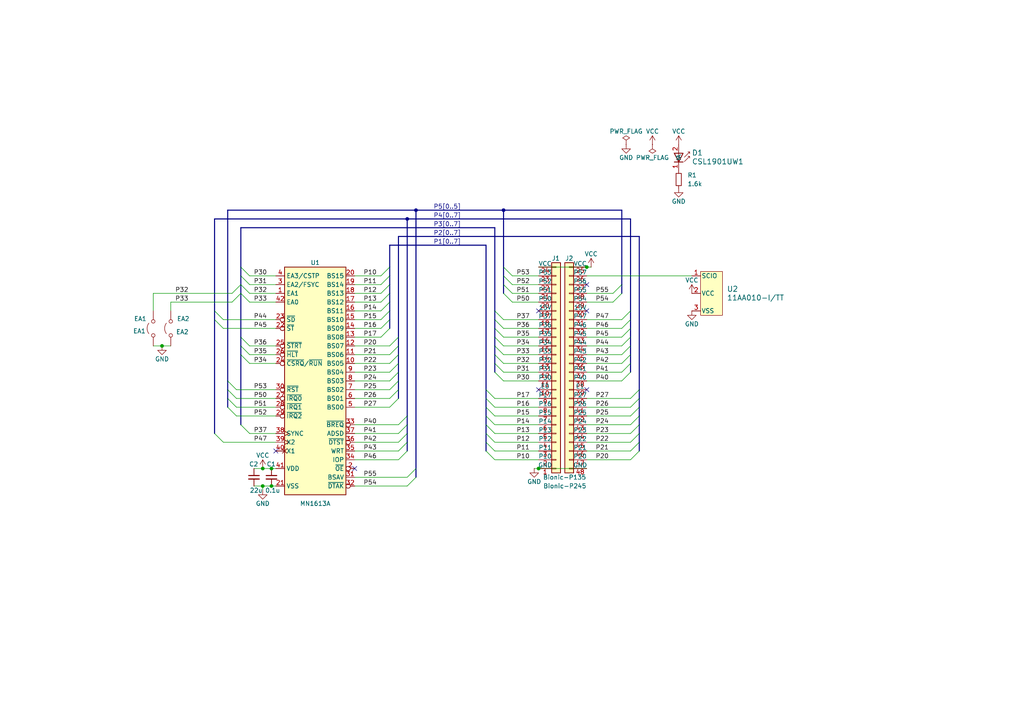
<source format=kicad_sch>
(kicad_sch (version 20231120) (generator "eeschema") (generator_version "8.0")
  (paper "A4")
  (title_block (title "BionicMN1613") (date "2025-01-23") (rev "2") (company "Tadashi G. Takaoka"))
  (lib_symbols
    (symbol "Device:C_Small" (pin_numbers hide) (pin_names (offset 0.254) hide)
      (property "Reference" "C" (at 0.254 1.778 0))
      (property "Value" "C_Small" (at 0.254 -2.032 0))
      (symbol "C_Small_0_1"
        (polyline (pts (xy -1.524 -0.508) (xy 1.524 -0.508)) (stroke (width 0.3302)))
        (polyline (pts (xy -1.524 0.508) (xy 1.524 0.508)) (stroke (width 0.3048)))
      )
      (symbol "C_Small_1_1"
        (pin passive line (at 0 2.54 270) (length 2.032) (name "~") (number "1"))
        (pin passive line (at 0 -2.54 90) (length 2.032) (name "~") (number "2"))
      )
    )
    (symbol "Device:R_Small" (pin_numbers hide) (pin_names (offset 0.254) hide)
      (property "Reference" "R" (at 0.762 0.508 0))
      (property "Value" "R_Small" (at 0.762 -1.016 0))
      (symbol "R_Small_0_1"
        (rectangle (start -0.762 1.778) (end 0.762 -1.778) (stroke (width 0.2032)))
      )
      (symbol "R_Small_1_1"
        (pin passive line (at 0 2.54 270) (length 0.762) (name "~") (number "1"))
        (pin passive line (at 0 -2.54 90) (length 0.762) (name "~") (number "2"))
      )
    )
    (symbol "Jumper:Jumper_2_Open" (pin_numbers hide) (pin_names (offset 0) hide) (exclude_from_sim yes)
      (property "Reference" "JP" (at 0 2.794 0))
      (property "Value" "Jumper_2_Open" (at 0 -2.286 0))
      (symbol "Jumper_2_Open_0_0"
        (circle (center -2.032 0) (radius 0.508))
        (circle (center 2.032 0) (radius 0.508))
      )
      (symbol "Jumper_2_Open_0_1"
        (arc (start 1.524 1.27) (mid 0 1.778) (end -1.524 1.27))
      )
      (symbol "Jumper_2_Open_1_1"
        (pin passive line (at -5.08 0 0) (length 2.54) (name "A") (number "1"))
        (pin passive line (at 5.08 0 180) (length 2.54) (name "B") (number "2"))
      )
    )
    (symbol "bionic:Bionic-P135" (pin_names (offset 0))
      (property "Reference" "J" (at 0 30.48 0))
      (property "Value" "Bionic-P135" (at -1.27 -33.02 0))
      (symbol "Bionic-P135_1_1"
        (rectangle (start 0 -30.353) (end -1.27 -30.607) (stroke (width 0.1524)))
        (rectangle (start 0 -27.813) (end -1.27 -28.067) (stroke (width 0.1524)))
        (rectangle (start 0 -25.273) (end -1.27 -25.527) (stroke (width 0.1524)))
        (rectangle (start 0 -22.733) (end -1.27 -22.987) (stroke (width 0.1524)))
        (rectangle (start 0 -20.193) (end -1.27 -20.447) (stroke (width 0.1524)))
        (rectangle (start 0 -17.653) (end -1.27 -17.907) (stroke (width 0.1524)))
        (rectangle (start 0 -15.113) (end -1.27 -15.367) (stroke (width 0.1524)))
        (rectangle (start 0 -12.573) (end -1.27 -12.827) (stroke (width 0.1524)))
        (rectangle (start 0 -10.033) (end -1.27 -10.287) (stroke (width 0.1524)))
        (rectangle (start 0 -7.493) (end -1.27 -7.747) (stroke (width 0.1524)))
        (rectangle (start 0 -4.953) (end -1.27 -5.207) (stroke (width 0.1524)))
        (rectangle (start 0 -2.413) (end -1.27 -2.667) (stroke (width 0.1524)))
        (rectangle (start 0 0.127) (end -1.27 -0.127) (stroke (width 0.1524)))
        (rectangle (start 0 2.667) (end -1.27 2.413) (stroke (width 0.1524)))
        (rectangle (start 0 5.207) (end -1.27 4.953) (stroke (width 0.1524)))
        (rectangle (start 0 7.747) (end -1.27 7.493) (stroke (width 0.1524)))
        (rectangle (start 0 10.287) (end -1.27 10.033) (stroke (width 0.1524)))
        (rectangle (start 0 12.827) (end -1.27 12.573) (stroke (width 0.1524)))
        (rectangle (start 0 15.367) (end -1.27 15.113) (stroke (width 0.1524)))
        (rectangle (start 0 17.907) (end -1.27 17.653) (stroke (width 0.1524)))
        (rectangle (start 0 20.447) (end -1.27 20.193) (stroke (width 0.1524)))
        (rectangle (start 0 22.987) (end -1.27 22.733) (stroke (width 0.1524)))
        (rectangle (start 0 25.527) (end -1.27 25.273) (stroke (width 0.1524)))
        (rectangle (start 0 28.067) (end -1.27 27.813) (stroke (width 0.1524)))
        (rectangle (start 1.27 29.21) (end -1.27 -31.75) (stroke (width 0.254)) (fill (type background)))
        (pin power_in line (at -5.08 -30.48 0) (length 3.81) (name "GND") (number "1"))
        (pin bidirectional line (at -5.08 -7.62 0) (length 3.81) (name "E0") (number "10"))
        (pin bidirectional line (at -5.08 -5.08 0) (length 3.81) (name "P30") (number "11"))
        (pin bidirectional line (at -5.08 -2.54 0) (length 3.81) (name "P31") (number "12"))
        (pin bidirectional line (at -5.08 0 0) (length 3.81) (name "P32") (number "13"))
        (pin bidirectional line (at -5.08 2.54 0) (length 3.81) (name "P33") (number "14"))
        (pin bidirectional line (at -5.08 5.08 0) (length 3.81) (name "P34") (number "15"))
        (pin bidirectional line (at -5.08 7.62 0) (length 3.81) (name "P35") (number "16"))
        (pin bidirectional line (at -5.08 10.16 0) (length 3.81) (name "P36") (number "17"))
        (pin bidirectional line (at -5.08 12.7 0) (length 3.81) (name "P37") (number "18"))
        (pin power_in line (at -5.08 15.24 0) (length 3.81) (name "15V") (number "19"))
        (pin bidirectional line (at -5.08 -27.94 0) (length 3.81) (name "P10") (number "2"))
        (pin bidirectional line (at -5.08 17.78 0) (length 3.81) (name "P50") (number "20"))
        (pin bidirectional line (at -5.08 20.32 0) (length 3.81) (name "P51") (number "21"))
        (pin bidirectional line (at -5.08 22.86 0) (length 3.81) (name "P52") (number "22"))
        (pin bidirectional line (at -5.08 25.4 0) (length 3.81) (name "P53") (number "23"))
        (pin power_in line (at -5.08 27.94 0) (length 3.81) (name "VCC") (number "24"))
        (pin bidirectional line (at -5.08 -25.4 0) (length 3.81) (name "P11") (number "3"))
        (pin bidirectional line (at -5.08 -22.86 0) (length 3.81) (name "P12") (number "4"))
        (pin bidirectional line (at -5.08 -20.32 0) (length 3.81) (name "P13") (number "5"))
        (pin bidirectional line (at -5.08 -17.78 0) (length 3.81) (name "P14") (number "6"))
        (pin bidirectional line (at -5.08 -15.24 0) (length 3.81) (name "P15") (number "7"))
        (pin bidirectional line (at -5.08 -12.7 0) (length 3.81) (name "P16") (number "8"))
        (pin bidirectional line (at -5.08 -10.16 0) (length 3.81) (name "P17") (number "9"))
      )
    )
    (symbol "bionic:Bionic-P245" (pin_names (offset 0))
      (property "Reference" "J" (at -3.81 30.48 0))
      (property "Value" "Bionic-P245" (at -1.27 -33.02 0))
      (symbol "Bionic-P245_1_1"
        (rectangle (start -2.54 -30.607) (end -3.81 -30.353) (stroke (width 0.1524)))
        (rectangle (start -2.54 -28.067) (end -3.81 -27.813) (stroke (width 0.1524)))
        (rectangle (start -2.54 -25.527) (end -3.81 -25.273) (stroke (width 0.1524)))
        (rectangle (start -2.54 -22.987) (end -3.81 -22.733) (stroke (width 0.1524)))
        (rectangle (start -2.54 -20.447) (end -3.81 -20.193) (stroke (width 0.1524)))
        (rectangle (start -2.54 -17.907) (end -3.81 -17.653) (stroke (width 0.1524)))
        (rectangle (start -2.54 -15.367) (end -3.81 -15.113) (stroke (width 0.1524)))
        (rectangle (start -2.54 -12.827) (end -3.81 -12.573) (stroke (width 0.1524)))
        (rectangle (start -2.54 -10.287) (end -3.81 -10.033) (stroke (width 0.1524)))
        (rectangle (start -2.54 -7.747) (end -3.81 -7.493) (stroke (width 0.1524)))
        (rectangle (start -2.54 -5.207) (end -3.81 -4.953) (stroke (width 0.1524)))
        (rectangle (start -2.54 -2.667) (end -3.81 -2.413) (stroke (width 0.1524)))
        (rectangle (start -2.54 -0.127) (end -3.81 0.127) (stroke (width 0.1524)))
        (rectangle (start -2.54 2.413) (end -3.81 2.667) (stroke (width 0.1524)))
        (rectangle (start -2.54 4.953) (end -3.81 5.207) (stroke (width 0.1524)))
        (rectangle (start -2.54 7.493) (end -3.81 7.747) (stroke (width 0.1524)))
        (rectangle (start -2.54 10.033) (end -3.81 10.287) (stroke (width 0.1524)))
        (rectangle (start -2.54 12.573) (end -3.81 12.827) (stroke (width 0.1524)))
        (rectangle (start -2.54 15.113) (end -3.81 15.367) (stroke (width 0.1524)))
        (rectangle (start -2.54 17.653) (end -3.81 17.907) (stroke (width 0.1524)))
        (rectangle (start -2.54 20.193) (end -3.81 20.447) (stroke (width 0.1524)))
        (rectangle (start -2.54 22.733) (end -3.81 22.987) (stroke (width 0.1524)))
        (rectangle (start -2.54 25.273) (end -3.81 25.527) (stroke (width 0.1524)))
        (rectangle (start -2.54 27.813) (end -3.81 28.067) (stroke (width 0.1524)))
        (rectangle (start -2.54 29.21) (end -5.08 -31.75) (stroke (width 0.254)) (fill (type background)))
        (pin power_in line (at 1.27 27.94 180) (length 3.81) (name "VCC") (number "25"))
        (pin bidirectional line (at 1.27 25.4 180) (length 3.81) (name "P57") (number "26"))
        (pin bidirectional line (at 1.27 22.86 180) (length 3.81) (name "P56") (number "27"))
        (pin bidirectional line (at 1.27 20.32 180) (length 3.81) (name "P55") (number "28"))
        (pin bidirectional line (at 1.27 17.78 180) (length 3.81) (name "P54") (number "29"))
        (pin power_in line (at 1.27 15.24 180) (length 3.81) (name "15V") (number "30"))
        (pin bidirectional line (at 1.27 12.7 180) (length 3.81) (name "P47") (number "31"))
        (pin bidirectional line (at 1.27 10.16 180) (length 3.81) (name "P46") (number "32"))
        (pin bidirectional line (at 1.27 7.62 180) (length 3.81) (name "P45") (number "33"))
        (pin bidirectional line (at 1.27 5.08 180) (length 3.81) (name "P44") (number "34"))
        (pin bidirectional line (at 1.27 2.54 180) (length 3.81) (name "P43") (number "35"))
        (pin bidirectional line (at 1.27 0 180) (length 3.81) (name "P42") (number "36"))
        (pin bidirectional line (at 1.27 -2.54 180) (length 3.81) (name "P41") (number "37"))
        (pin bidirectional line (at 1.27 -5.08 180) (length 3.81) (name "P40") (number "38"))
        (pin bidirectional line (at 1.27 -7.62 180) (length 3.81) (name "E1") (number "39"))
        (pin bidirectional line (at 1.27 -10.16 180) (length 3.81) (name "P27") (number "40"))
        (pin bidirectional line (at 1.27 -12.7 180) (length 3.81) (name "P26") (number "41"))
        (pin bidirectional line (at 1.27 -15.24 180) (length 3.81) (name "P25") (number "42"))
        (pin bidirectional line (at 1.27 -17.78 180) (length 3.81) (name "P24") (number "43"))
        (pin bidirectional line (at 1.27 -20.32 180) (length 3.81) (name "P23") (number "44"))
        (pin bidirectional line (at 1.27 -22.86 180) (length 3.81) (name "P22") (number "45"))
        (pin bidirectional line (at 1.27 -25.4 180) (length 3.81) (name "P21") (number "46"))
        (pin bidirectional line (at 1.27 -27.94 180) (length 3.81) (name "P20") (number "47"))
        (pin power_in line (at 1.27 -30.48 180) (length 3.81) (name "GND") (number "48"))
      )
    )
    (symbol "cpu:MN1613A"
      (property "Reference" "U" (at -1.27 34.29 0))
      (property "Value" "MN1613A" (at 0 -34.036 0))
      (symbol "MN1613A_0_0"
        (pin output line (at -11.43 25.4 0) (length 2.54) (name "EA1") (number "1"))
        (pin output line (at -11.43 22.86 0) (length 2.54) (name "EA0") (number "42"))
      )
      (symbol "MN1613A_0_1"
        (rectangle (start -8.89 -33.02) (end 8.89 33.02) (stroke (width 0.254)) (fill (type background)))
      )
      (symbol "MN1613A_1_1"
        (pin bidirectional line (at 11.43 5.08 180) (length 2.54) (name "BS05") (number "10"))
        (pin bidirectional line (at 11.43 7.62 180) (length 2.54) (name "BS06") (number "11"))
        (pin bidirectional line (at 11.43 10.16 180) (length 2.54) (name "BS07") (number "12"))
        (pin bidirectional line (at 11.43 12.7 180) (length 2.54) (name "BS08") (number "13"))
        (pin bidirectional line (at 11.43 15.24 180) (length 2.54) (name "BS09") (number "14"))
        (pin bidirectional line (at 11.43 17.78 180) (length 2.54) (name "BS10") (number "15"))
        (pin bidirectional line (at 11.43 20.32 180) (length 2.54) (name "BS11") (number "16"))
        (pin bidirectional line (at 11.43 22.86 180) (length 2.54) (name "BS12") (number "17"))
        (pin bidirectional line (at 11.43 25.4 180) (length 2.54) (name "BS13") (number "18"))
        (pin bidirectional line (at 11.43 27.94 180) (length 2.54) (name "BS14") (number "19"))
        (pin output inverted (at 11.43 -25.4 180) (length 2.54) (name "~{OE}") (number "2"))
        (pin bidirectional line (at 11.43 30.48 180) (length 2.54) (name "BS15") (number "20"))
        (pin power_in line (at -11.43 -30.48 0) (length 2.54) (name "VSS") (number "21"))
        (pin bidirectional inverted (at -11.43 15.24 0) (length 2.54) (name "~{ST}") (number "22"))
        (pin bidirectional inverted (at -11.43 17.78 0) (length 2.54) (name "~{SD}") (number "23"))
        (pin bidirectional inverted (at -11.43 5.08 0) (length 2.54) (name "~{CSRQ}/~{RUN}") (number "24"))
        (pin input inverted (at -11.43 10.16 0) (length 2.54) (name "~{STRT}") (number "25"))
        (pin input inverted (at -11.43 7.62 0) (length 2.54) (name "~{HLT}") (number "26"))
        (pin input inverted (at -11.43 -5.08 0) (length 2.54) (name "~{IRQ0}") (number "27"))
        (pin input inverted (at -11.43 -7.62 0) (length 2.54) (name "~{IRQ1}") (number "28"))
        (pin input inverted (at -11.43 -10.16 0) (length 2.54) (name "~{IRQ2}") (number "29"))
        (pin output line (at -11.43 27.94 0) (length 2.54) (name "EA2/FSYC") (number "3"))
        (pin input inverted (at -11.43 -2.54 0) (length 2.54) (name "~{RST}") (number "30"))
        (pin input line (at 11.43 -27.94 180) (length 2.54) (name "BSAV") (number "31"))
        (pin input inverted (at 11.43 -30.48 180) (length 2.54) (name "~{DTAK}") (number "32"))
        (pin output inverted (at 11.43 -12.7 180) (length 2.54) (name "~{BREQ}") (number "33"))
        (pin output line (at 11.43 -22.86 180) (length 2.54) (name "IOP") (number "34"))
        (pin output line (at 11.43 -20.32 180) (length 2.54) (name "WRT") (number "35"))
        (pin output inverted (at 11.43 -17.78 180) (length 2.54) (name "~{DTST}") (number "36"))
        (pin output line (at 11.43 -15.24 180) (length 2.54) (name "ADSD") (number "37"))
        (pin output clock (at -11.43 -15.24 0) (length 2.54) (name "SYNC") (number "38"))
        (pin input clock (at -11.43 -17.78 0) (length 2.54) (name "X2") (number "39"))
        (pin bidirectional line (at -11.43 30.48 0) (length 2.54) (name "EA3/CSTP") (number "4"))
        (pin passive non_logic (at -11.43 -20.32 0) (length 2.54) (name "X1") (number "40"))
        (pin power_in line (at -11.43 -25.4 0) (length 2.54) (name "VDD") (number "41"))
        (pin bidirectional line (at 11.43 -7.62 180) (length 2.54) (name "BS00") (number "5"))
        (pin bidirectional line (at 11.43 -5.08 180) (length 2.54) (name "BS01") (number "6"))
        (pin bidirectional line (at 11.43 -2.54 180) (length 2.54) (name "BS02") (number "7"))
        (pin bidirectional line (at 11.43 0 180) (length 2.54) (name "BS03") (number "8"))
        (pin bidirectional line (at 11.43 2.54 180) (length 2.54) (name "BS04") (number "9"))
      )
    )
    (symbol "microchip:11AA010-I_TT" (pin_names (offset 0.254))
      (property "Reference" "U" (at 2.54 1.27 0))
      (property "Value" "11AA010-I/TT" (at 3.81 -13.97 0))
      (symbol "11AA010-I_TT_1_1"
        (rectangle (start 0 0) (end 6.35 -12.7) (fill (type background)))
        (pin bidirectional line (at -2.54 -1.27 0) (length 2.54) (name "SCIO") (number "1"))
        (pin power_in line (at -2.54 -6.35 0) (length 2.54) (name "VCC") (number "2"))
        (pin power_in line (at -2.54 -11.43 0) (length 2.54) (name "VSS") (number "3"))
      )
    )
    (symbol "power:GND" (power) (pin_numbers hide) (pin_names (offset 0) hide)
      (property "Value" "GND" (at 0 -3.81 0))
      (symbol "GND_0_1"
        (polyline (pts (xy 0 0) (xy 0 -1.27) (xy 1.27 -1.27) (xy 0 -2.54) (xy -1.27 -1.27) (xy 0 -1.27)))
      )
      (symbol "GND_1_1"
        (pin power_in line (at 0 0 270) (length 0) (name "~") (number "1"))
      )
    )
    (symbol "power:PWR_FLAG" (power) (pin_numbers hide) (pin_names (offset 0) hide)
      (property "Value" "PWR_FLAG" (at 0 3.81 0))
      (symbol "PWR_FLAG_0_0"
        (pin power_out line (at 0 0 90) (length 0) (name "~") (number "1"))
      )
      (symbol "PWR_FLAG_0_1"
        (polyline (pts (xy 0 0) (xy 0 1.27) (xy -1.016 1.905) (xy 0 2.54) (xy 1.016 1.905) (xy 0 1.27)))
      )
    )
    (symbol "power:VCC" (power) (pin_numbers hide) (pin_names (offset 0) hide)
      (property "Value" "VCC" (at 0 3.556 0))
      (symbol "VCC_0_1"
        (polyline (pts (xy -0.762 1.27) (xy 0 2.54)))
        (polyline (pts (xy 0 0) (xy 0 2.54)))
        (polyline (pts (xy 0 2.54) (xy 0.762 1.27)))
      )
      (symbol "VCC_1_1"
        (pin power_in line (at 0 0 90) (length 0) (name "~") (number "1"))
      )
    )
    (symbol "rhom:CSL1901UW1" (pin_names (offset 0.254))
      (property "Reference" "D" (at 3.81 -2.54 0))
      (property "Value" "CSL1901UW1" (at 3.81 -5.08 0))
      (symbol "CSL1901UW1_0_1"
        (polyline (pts (xy 2.159 3.175) (xy 2.667 3.175)))
        (polyline (pts (xy 2.54 0) (xy 5.08 0)))
        (polyline (pts (xy 5.08 1.27) (xy 5.08 -1.27)) (stroke (width 0.254)))
        (polyline (pts (xy 3.683 1.651) (xy 2.159 3.175) (xy 2.159 2.667)))
        (polyline (pts (xy 2.54 -1.27) (xy 5.08 0) (xy 2.54 1.27) (xy 2.54 -1.27)) (stroke (width 0.254)))
        (polyline (pts (xy 4.953 1.651) (xy 3.429 3.175) (xy 3.429 2.667) (xy 3.429 3.175) (xy 3.937 3.175)))
      )
      (symbol "CSL1901UW1_1_1"
        (pin passive line (at 7.62 0 180) (length 2.54) (name "K") (number "1"))
        (pin passive line (at 0 0 0) (length 2.54) (name "A") (number "2"))
      )
      (symbol "CSL1901UW1_1_2"
        (polyline (pts (xy -5.08 7.62) (xy -4.445 8.255)) (stroke (width 0.2032)))
        (polyline (pts (xy -5.08 8.255) (xy -5.08 7.62)) (stroke (width 0.2032)))
        (polyline (pts (xy -4.445 6.35) (xy -3.81 6.985)) (stroke (width 0.2032)))
        (polyline (pts (xy -4.445 8.255) (xy -5.08 8.255)) (stroke (width 0.2032)))
        (polyline (pts (xy -4.445 9.525) (xy -3.81 10.16)) (stroke (width 0.2032)))
        (polyline (pts (xy -4.445 10.16) (xy -4.445 9.525)) (stroke (width 0.2032)))
        (polyline (pts (xy -3.81 6.985) (xy -5.08 8.255)) (stroke (width 0.2032)))
        (polyline (pts (xy -3.81 8.255) (xy -3.175 8.89)) (stroke (width 0.2032)))
        (polyline (pts (xy -3.81 10.16) (xy -4.445 10.16)) (stroke (width 0.2032)))
        (polyline (pts (xy -3.175 5.08) (xy -4.445 6.35)) (stroke (width 0.2032)))
        (polyline (pts (xy -3.175 8.89) (xy -4.445 10.16)) (stroke (width 0.2032)))
        (polyline (pts (xy -2.54 6.985) (xy -3.81 8.255)) (stroke (width 0.2032)))
        (polyline (pts (xy -1.905 3.81) (xy 1.905 3.81)) (stroke (width 0.2032)))
        (polyline (pts (xy 0 2.54) (xy 0 3.4798)) (stroke (width 0.2032)))
        (polyline (pts (xy 0 3.175) (xy 0 3.81)) (stroke (width 0.2032)))
        (polyline (pts (xy 0 6.35) (xy -1.905 3.81)) (stroke (width 0.2032)))
        (polyline (pts (xy 0 6.35) (xy 0 7.62)) (stroke (width 0.2032)))
        (polyline (pts (xy 1.905 3.81) (xy 0 6.35)) (stroke (width 0.2032)))
        (polyline (pts (xy 1.905 6.35) (xy -1.905 6.35)) (stroke (width 0.2032)))
        (pin unspecified line (at 0 10.16 270) (length 2.54) (name "") (number "1"))
        (pin unspecified line (at 0 0 90) (length 2.54) (name "") (number "2"))
      )
    )
  )
  (junction (at 156.21 135.89))
  (junction (at 76.2 140.97))
  (junction (at 78.74 140.97))
  (junction (at 118.11 63.5))
  (junction (at 46.99 100.33))
  (junction (at 170.18 77.47))
  (junction (at 76.2 135.89))
  (junction (at 146.05 60.96))
  (junction (at 120.65 60.96))
  (junction (at 78.74 135.89))
  (no_connect (at 170.18 82.55))
  (no_connect (at 80.01 130.81))
  (no_connect (at 156.21 90.17))
  (no_connect (at 170.18 90.17))
  (no_connect (at 170.18 113.03))
  (no_connect (at 102.87 135.89))
  (no_connect (at 156.21 113.03))
  (bus_entry (at 180.34 85.09) (size -2.54 2.54))
  (bus_entry (at 69.85 85.09) (size 2.54 2.54))
  (bus_entry (at 185.42 115.57) (size -2.54 2.54))
  (bus_entry (at 185.42 123.19) (size -2.54 2.54))
  (bus_entry (at 143.51 90.17) (size 2.54 2.54))
  (bus_entry (at 115.57 133.35) (size 2.54 -2.54))
  (bus_entry (at 69.85 80.01) (size 2.54 2.54))
  (bus_entry (at 66.04 118.11) (size 2.54 2.54))
  (bus_entry (at 180.34 82.55) (size -2.54 2.54))
  (bus_entry (at 69.85 82.55) (size 2.54 2.54))
  (bus_entry (at 182.88 95.25) (size -2.54 2.54))
  (bus_entry (at 110.49 90.17) (size 2.54 -2.54))
  (bus_entry (at 110.49 87.63) (size 2.54 -2.54))
  (bus_entry (at 115.57 97.79) (size -2.54 2.54))
  (bus_entry (at 69.85 97.79) (size 2.54 2.54))
  (bus_entry (at 182.88 100.33) (size -2.54 2.54))
  (bus_entry (at 66.04 110.49) (size 2.54 2.54))
  (bus_entry (at 182.88 90.17) (size -2.54 2.54))
  (bus_entry (at 146.05 77.47) (size 2.54 2.54))
  (bus_entry (at 115.57 107.95) (size -2.54 2.54))
  (bus_entry (at 115.57 105.41) (size -2.54 2.54))
  (bus_entry (at 182.88 107.95) (size -2.54 2.54))
  (bus_entry (at 143.51 100.33) (size 2.54 2.54))
  (bus_entry (at 143.51 95.25) (size 2.54 2.54))
  (bus_entry (at 110.49 80.01) (size 2.54 -2.54))
  (bus_entry (at 146.05 82.55) (size 2.54 2.54))
  (bus_entry (at 146.05 80.01) (size 2.54 2.54))
  (bus_entry (at 69.85 100.33) (size 2.54 2.54))
  (bus_entry (at 182.88 92.71) (size -2.54 2.54))
  (bus_entry (at 140.97 120.65) (size 2.54 2.54))
  (bus_entry (at 146.05 85.09) (size 2.54 2.54))
  (bus_entry (at 110.49 97.79) (size 2.54 -2.54))
  (bus_entry (at 69.85 85.09) (size -2.54 2.54))
  (bus_entry (at 143.51 92.71) (size 2.54 2.54))
  (bus_entry (at 140.97 123.19) (size 2.54 2.54))
  (bus_entry (at 140.97 118.11) (size 2.54 2.54))
  (bus_entry (at 69.85 77.47) (size 2.54 2.54))
  (bus_entry (at 118.11 138.43) (size 2.54 -2.54))
  (bus_entry (at 66.04 113.03) (size 2.54 2.54))
  (bus_entry (at 69.85 102.87) (size 2.54 2.54))
  (bus_entry (at 110.49 95.25) (size 2.54 -2.54))
  (bus_entry (at 185.42 130.81) (size -2.54 2.54))
  (bus_entry (at 185.42 113.03) (size -2.54 2.54))
  (bus_entry (at 115.57 115.57) (size -2.54 2.54))
  (bus_entry (at 115.57 102.87) (size -2.54 2.54))
  (bus_entry (at 140.97 128.27) (size 2.54 2.54))
  (bus_entry (at 110.49 92.71) (size 2.54 -2.54))
  (bus_entry (at 185.42 128.27) (size -2.54 2.54))
  (bus_entry (at 115.57 123.19) (size 2.54 -2.54))
  (bus_entry (at 143.51 102.87) (size 2.54 2.54))
  (bus_entry (at 115.57 128.27) (size 2.54 -2.54))
  (bus_entry (at 62.23 125.73) (size 2.54 2.54))
  (bus_entry (at 115.57 110.49) (size -2.54 2.54))
  (bus_entry (at 62.23 90.17) (size 2.54 2.54))
  (bus_entry (at 185.42 125.73) (size -2.54 2.54))
  (bus_entry (at 66.04 115.57) (size 2.54 2.54))
  (bus_entry (at 182.88 97.79) (size -2.54 2.54))
  (bus_entry (at 140.97 130.81) (size 2.54 2.54))
  (bus_entry (at 140.97 115.57) (size 2.54 2.54))
  (bus_entry (at 115.57 125.73) (size 2.54 -2.54))
  (bus_entry (at 110.49 82.55) (size 2.54 -2.54))
  (bus_entry (at 182.88 102.87) (size -2.54 2.54))
  (bus_entry (at 185.42 120.65) (size -2.54 2.54))
  (bus_entry (at 143.51 105.41) (size 2.54 2.54))
  (bus_entry (at 143.51 107.95) (size 2.54 2.54))
  (bus_entry (at 115.57 113.03) (size -2.54 2.54))
  (bus_entry (at 118.11 140.97) (size 2.54 -2.54))
  (bus_entry (at 115.57 100.33) (size -2.54 2.54))
  (bus_entry (at 140.97 125.73) (size 2.54 2.54))
  (bus_entry (at 69.85 123.19) (size 2.54 2.54))
  (bus_entry (at 140.97 113.03) (size 2.54 2.54))
  (bus_entry (at 69.85 82.55) (size -2.54 2.54))
  (bus_entry (at 185.42 118.11) (size -2.54 2.54))
  (bus_entry (at 115.57 130.81) (size 2.54 -2.54))
  (bus_entry (at 62.23 92.71) (size 2.54 2.54))
  (bus_entry (at 143.51 97.79) (size 2.54 2.54))
  (bus_entry (at 110.49 85.09) (size 2.54 -2.54))
  (bus_entry (at 182.88 105.41) (size -2.54 2.54))
  (wire (pts (xy 143.51 123.19) (xy 156.21 123.19)))
  (bus (pts (xy 140.97 130.81) (xy 140.97 128.27)))
  (wire (pts (xy 143.51 130.81) (xy 156.21 130.81)))
  (wire (pts (xy 102.87 118.11) (xy 113.03 118.11)))
  (wire (pts (xy 170.18 130.81) (xy 182.88 130.81)))
  (wire (pts (xy 44.45 85.09) (xy 67.31 85.09)))
  (bus (pts (xy 146.05 77.47) (xy 146.05 80.01)))
  (wire (pts (xy 170.18 118.11) (xy 182.88 118.11)))
  (wire (pts (xy 64.77 95.25) (xy 80.01 95.25)))
  (bus (pts (xy 146.05 60.96) (xy 146.05 77.47)))
  (wire (pts (xy 146.05 105.41) (xy 156.21 105.41)))
  (bus (pts (xy 115.57 113.03) (xy 115.57 115.57)))
  (wire (pts (xy 73.66 135.89) (xy 76.2 135.89)))
  (wire (pts (xy 143.51 115.57) (xy 156.21 115.57)))
  (bus (pts (xy 182.88 107.95) (xy 182.88 105.41)))
  (wire (pts (xy 170.18 102.87) (xy 180.34 102.87)))
  (bus (pts (xy 66.04 113.03) (xy 66.04 115.57)))
  (wire (pts (xy 156.21 77.47) (xy 170.18 77.47)))
  (wire (pts (xy 76.2 142.24) (xy 76.2 140.97)))
  (bus (pts (xy 66.04 110.49) (xy 66.04 60.96)))
  (wire (pts (xy 146.05 97.79) (xy 156.21 97.79)))
  (wire (pts (xy 78.74 135.89) (xy 80.01 135.89)))
  (bus (pts (xy 113.03 90.17) (xy 113.03 92.71)))
  (wire (pts (xy 102.87 133.35) (xy 115.57 133.35)))
  (bus (pts (xy 62.23 92.71) (xy 62.23 90.17)))
  (bus (pts (xy 146.05 80.01) (xy 146.05 82.55)))
  (wire (pts (xy 170.18 95.25) (xy 180.34 95.25)))
  (wire (pts (xy 78.74 140.97) (xy 80.01 140.97)))
  (wire (pts (xy 78.74 140.97) (xy 76.2 140.97)))
  (bus (pts (xy 115.57 100.33) (xy 115.57 102.87)))
  (bus (pts (xy 69.85 82.55) (xy 69.85 85.09)))
  (wire (pts (xy 72.39 100.33) (xy 80.01 100.33)))
  (wire (pts (xy 102.87 80.01) (xy 110.49 80.01)))
  (wire (pts (xy 102.87 113.03) (xy 113.03 113.03)))
  (wire (pts (xy 170.18 77.47) (xy 171.45 77.47)))
  (wire (pts (xy 170.18 110.49) (xy 180.34 110.49)))
  (wire (pts (xy 102.87 102.87) (xy 113.03 102.87)))
  (wire (pts (xy 170.18 100.33) (xy 180.34 100.33)))
  (wire (pts (xy 68.58 115.57) (xy 80.01 115.57)))
  (wire (pts (xy 143.51 133.35) (xy 156.21 133.35)))
  (bus (pts (xy 113.03 82.55) (xy 113.03 85.09)))
  (bus (pts (xy 115.57 107.95) (xy 115.57 110.49)))
  (bus (pts (xy 146.05 60.96) (xy 180.34 60.96)))
  (wire (pts (xy 102.87 100.33) (xy 113.03 100.33)))
  (bus (pts (xy 143.51 102.87) (xy 143.51 100.33)))
  (bus (pts (xy 140.97 113.03) (xy 140.97 71.12)))
  (wire (pts (xy 102.87 123.19) (xy 115.57 123.19)))
  (wire (pts (xy 72.39 105.41) (xy 80.01 105.41)))
  (bus (pts (xy 69.85 85.09) (xy 69.85 97.79)))
  (bus (pts (xy 120.65 60.96) (xy 120.65 135.89)))
  (bus (pts (xy 182.88 95.25) (xy 182.88 92.71)))
  (wire (pts (xy 46.99 100.33) (xy 49.53 100.33)))
  (bus (pts (xy 185.42 128.27) (xy 185.42 130.81)))
  (bus (pts (xy 118.11 128.27) (xy 118.11 130.81)))
  (bus (pts (xy 182.88 97.79) (xy 182.88 95.25)))
  (wire (pts (xy 170.18 97.79) (xy 180.34 97.79)))
  (bus (pts (xy 115.57 97.79) (xy 115.57 100.33)))
  (bus (pts (xy 140.97 71.12) (xy 113.03 71.12)))
  (wire (pts (xy 49.53 87.63) (xy 49.53 90.17)))
  (wire (pts (xy 72.39 85.09) (xy 80.01 85.09)))
  (bus (pts (xy 143.51 66.04) (xy 69.85 66.04)))
  (wire (pts (xy 102.87 140.97) (xy 118.11 140.97)))
  (bus (pts (xy 140.97 120.65) (xy 140.97 118.11)))
  (bus (pts (xy 143.51 92.71) (xy 143.51 90.17)))
  (bus (pts (xy 115.57 68.58) (xy 185.42 68.58)))
  (bus (pts (xy 69.85 102.87) (xy 69.85 100.33)))
  (wire (pts (xy 102.87 107.95) (xy 113.03 107.95)))
  (wire (pts (xy 148.59 87.63) (xy 156.21 87.63)))
  (bus (pts (xy 115.57 102.87) (xy 115.57 105.41)))
  (wire (pts (xy 143.51 118.11) (xy 156.21 118.11)))
  (bus (pts (xy 66.04 60.96) (xy 120.65 60.96)))
  (bus (pts (xy 115.57 110.49) (xy 115.57 113.03)))
  (bus (pts (xy 143.51 90.17) (xy 143.51 66.04)))
  (bus (pts (xy 113.03 71.12) (xy 113.03 77.47)))
  (bus (pts (xy 185.42 68.58) (xy 185.42 113.03)))
  (wire (pts (xy 102.87 138.43) (xy 118.11 138.43)))
  (bus (pts (xy 62.23 92.71) (xy 62.23 125.73)))
  (wire (pts (xy 170.18 133.35) (xy 182.88 133.35)))
  (wire (pts (xy 154.94 135.89) (xy 156.21 135.89)))
  (bus (pts (xy 118.11 125.73) (xy 118.11 128.27)))
  (wire (pts (xy 143.51 120.65) (xy 156.21 120.65)))
  (wire (pts (xy 146.05 95.25) (xy 156.21 95.25)))
  (bus (pts (xy 182.88 90.17) (xy 182.88 63.5)))
  (wire (pts (xy 64.77 128.27) (xy 80.01 128.27)))
  (wire (pts (xy 102.87 130.81) (xy 115.57 130.81)))
  (wire (pts (xy 102.87 110.49) (xy 113.03 110.49)))
  (wire (pts (xy 148.59 80.01) (xy 156.21 80.01)))
  (wire (pts (xy 102.87 95.25) (xy 110.49 95.25)))
  (bus (pts (xy 185.42 123.19) (xy 185.42 125.73)))
  (bus (pts (xy 113.03 87.63) (xy 113.03 90.17)))
  (bus (pts (xy 185.42 113.03) (xy 185.42 115.57)))
  (bus (pts (xy 143.51 97.79) (xy 143.51 95.25)))
  (wire (pts (xy 146.05 92.71) (xy 156.21 92.71)))
  (wire (pts (xy 170.18 115.57) (xy 182.88 115.57)))
  (bus (pts (xy 143.51 105.41) (xy 143.51 102.87)))
  (bus (pts (xy 120.65 60.96) (xy 146.05 60.96)))
  (wire (pts (xy 102.87 85.09) (xy 110.49 85.09)))
  (wire (pts (xy 102.87 87.63) (xy 110.49 87.63)))
  (wire (pts (xy 143.51 125.73) (xy 156.21 125.73)))
  (wire (pts (xy 146.05 110.49) (xy 156.21 110.49)))
  (wire (pts (xy 72.39 125.73) (xy 80.01 125.73)))
  (bus (pts (xy 143.51 100.33) (xy 143.51 97.79)))
  (wire (pts (xy 146.05 100.33) (xy 156.21 100.33)))
  (wire (pts (xy 148.59 82.55) (xy 156.21 82.55)))
  (bus (pts (xy 146.05 82.55) (xy 146.05 85.09)))
  (wire (pts (xy 170.18 128.27) (xy 182.88 128.27)))
  (wire (pts (xy 44.45 85.09) (xy 44.45 90.17)))
  (wire (pts (xy 148.59 85.09) (xy 156.21 85.09)))
  (wire (pts (xy 78.74 135.89) (xy 76.2 135.89)))
  (wire (pts (xy 102.87 125.73) (xy 115.57 125.73)))
  (bus (pts (xy 115.57 105.41) (xy 115.57 107.95)))
  (wire (pts (xy 170.18 92.71) (xy 180.34 92.71)))
  (wire (pts (xy 170.18 123.19) (xy 182.88 123.19)))
  (wire (pts (xy 73.66 140.97) (xy 76.2 140.97)))
  (wire (pts (xy 170.18 87.63) (xy 177.8 87.63)))
  (wire (pts (xy 68.58 120.65) (xy 80.01 120.65)))
  (wire (pts (xy 102.87 82.55) (xy 110.49 82.55)))
  (bus (pts (xy 62.23 63.5) (xy 118.11 63.5)))
  (wire (pts (xy 146.05 102.87) (xy 156.21 102.87)))
  (wire (pts (xy 156.21 135.89) (xy 170.18 135.89)))
  (bus (pts (xy 140.97 123.19) (xy 140.97 120.65)))
  (wire (pts (xy 72.39 102.87) (xy 80.01 102.87)))
  (bus (pts (xy 143.51 95.25) (xy 143.51 92.71)))
  (bus (pts (xy 62.23 90.17) (xy 62.23 63.5)))
  (bus (pts (xy 120.65 135.89) (xy 120.65 138.43)))
  (wire (pts (xy 102.87 115.57) (xy 113.03 115.57)))
  (bus (pts (xy 185.42 115.57) (xy 185.42 118.11)))
  (bus (pts (xy 182.88 92.71) (xy 182.88 90.17)))
  (wire (pts (xy 102.87 105.41) (xy 113.03 105.41)))
  (bus (pts (xy 140.97 128.27) (xy 140.97 125.73)))
  (wire (pts (xy 102.87 92.71) (xy 110.49 92.71)))
  (bus (pts (xy 185.42 125.73) (xy 185.42 128.27)))
  (bus (pts (xy 140.97 115.57) (xy 140.97 113.03)))
  (bus (pts (xy 118.11 120.65) (xy 118.11 123.19)))
  (bus (pts (xy 69.85 80.01) (xy 69.85 82.55)))
  (wire (pts (xy 170.18 85.09) (xy 177.8 85.09)))
  (wire (pts (xy 170.18 105.41) (xy 180.34 105.41)))
  (wire (pts (xy 46.99 100.33) (xy 44.45 100.33)))
  (wire (pts (xy 72.39 87.63) (xy 80.01 87.63)))
  (bus (pts (xy 143.51 107.95) (xy 143.51 105.41)))
  (bus (pts (xy 185.42 118.11) (xy 185.42 120.65)))
  (bus (pts (xy 113.03 92.71) (xy 113.03 95.25)))
  (bus (pts (xy 182.88 63.5) (xy 118.11 63.5)))
  (bus (pts (xy 140.97 118.11) (xy 140.97 115.57)))
  (bus (pts (xy 69.85 77.47) (xy 69.85 80.01)))
  (wire (pts (xy 49.53 87.63) (xy 67.31 87.63)))
  (wire (pts (xy 170.18 125.73) (xy 182.88 125.73)))
  (bus (pts (xy 69.85 100.33) (xy 69.85 97.79)))
  (bus (pts (xy 140.97 125.73) (xy 140.97 123.19)))
  (bus (pts (xy 185.42 120.65) (xy 185.42 123.19)))
  (wire (pts (xy 102.87 90.17) (xy 110.49 90.17)))
  (wire (pts (xy 170.18 107.95) (xy 180.34 107.95)))
  (wire (pts (xy 68.58 118.11) (xy 80.01 118.11)))
  (bus (pts (xy 182.88 105.41) (xy 182.88 102.87)))
  (bus (pts (xy 69.85 66.04) (xy 69.85 77.47)))
  (wire (pts (xy 143.51 128.27) (xy 156.21 128.27)))
  (bus (pts (xy 180.34 82.55) (xy 180.34 85.09)))
  (bus (pts (xy 113.03 85.09) (xy 113.03 87.63)))
  (bus (pts (xy 118.11 123.19) (xy 118.11 125.73)))
  (wire (pts (xy 102.87 128.27) (xy 115.57 128.27)))
  (bus (pts (xy 182.88 100.33) (xy 182.88 97.79)))
  (wire (pts (xy 170.18 120.65) (xy 182.88 120.65)))
  (bus (pts (xy 182.88 102.87) (xy 182.88 100.33)))
  (wire (pts (xy 102.87 97.79) (xy 110.49 97.79)))
  (wire (pts (xy 170.18 80.01) (xy 200.66 80.01)))
  (bus (pts (xy 66.04 115.57) (xy 66.04 118.11)))
  (bus (pts (xy 113.03 80.01) (xy 113.03 82.55)))
  (wire (pts (xy 68.58 113.03) (xy 80.01 113.03)))
  (wire (pts (xy 72.39 82.55) (xy 80.01 82.55)))
  (wire (pts (xy 64.77 92.71) (xy 80.01 92.71)))
  (bus (pts (xy 113.03 77.47) (xy 113.03 80.01)))
  (bus (pts (xy 66.04 110.49) (xy 66.04 113.03)))
  (bus (pts (xy 118.11 63.5) (xy 118.11 120.65)))
  (bus (pts (xy 69.85 102.87) (xy 69.85 123.19)))
  (wire (pts (xy 146.05 107.95) (xy 156.21 107.95)))
  (bus (pts (xy 115.57 97.79) (xy 115.57 68.58)))
  (bus (pts (xy 180.34 60.96) (xy 180.34 82.55)))
  (wire (pts (xy 72.39 80.01) (xy 80.01 80.01)))
  (label "P17" (at 105.41 97.79 0))
  (label "P55" (at 105.41 138.43 0))
  (label "P23" (at 105.41 107.95 0))
  (label "P46" (at 105.41 133.35 0))
  (label "P54" (at 172.72 87.63 0))
  (label "P55" (at 172.72 85.09 0))
  (label "P12" (at 105.41 85.09 0))
  (label "P5[0..5]" (at 125.73 60.96 0))
  (label "P50" (at 77.47 115.57 180))
  (label "P16" (at 105.41 95.25 0))
  (label "P54" (at 105.41 140.97 0))
  (label "P53" (at 153.67 80.01 180))
  (label "P32" (at 50.8 85.09 0))
  (label "P43" (at 105.41 130.81 0))
  (label "P15" (at 153.67 120.65 180))
  (label "P41" (at 105.41 125.73 0))
  (label "P40" (at 172.72 110.49 0))
  (label "P10" (at 105.41 80.01 0))
  (label "P25" (at 172.72 120.65 0))
  (label "P27" (at 172.72 115.57 0))
  (label "P53" (at 77.47 113.03 180))
  (label "P14" (at 153.67 123.19 180))
  (label "P40" (at 105.41 123.19 0))
  (label "P43" (at 172.72 102.87 0))
  (label "P20" (at 105.41 100.33 0))
  (label "P24" (at 105.41 110.49 0))
  (label "P27" (at 105.41 118.11 0))
  (label "P15" (at 105.41 92.71 0))
  (label "P26" (at 172.72 118.11 0))
  (label "P41" (at 172.72 107.95 0))
  (label "P17" (at 153.67 115.57 180))
  (label "P12" (at 153.67 128.27 180))
  (label "P31" (at 77.47 82.55 180))
  (label "P1[0..7]" (at 125.73 71.12 0))
  (label "P32" (at 77.47 85.09 180))
  (label "P3[0..7]" (at 125.73 66.04 0))
  (label "P13" (at 153.67 125.73 180))
  (label "P47" (at 77.47 128.27 180))
  (label "P33" (at 50.8 87.63 0))
  (label "P44" (at 77.47 92.71 180))
  (label "P35" (at 77.47 102.87 180))
  (label "P36" (at 77.47 100.33 180))
  (label "P42" (at 105.41 128.27 0))
  (label "P52" (at 77.47 120.65 180))
  (label "P23" (at 172.72 125.73 0))
  (label "P44" (at 172.72 100.33 0))
  (label "P16" (at 153.67 118.11 180))
  (label "P34" (at 153.67 100.33 180))
  (label "P51" (at 153.67 85.09 180))
  (label "P20" (at 172.72 133.35 0))
  (label "P31" (at 153.67 107.95 180))
  (label "P30" (at 77.47 80.01 180))
  (label "P37" (at 77.47 125.73 180))
  (label "P11" (at 105.41 82.55 0))
  (label "P13" (at 105.41 87.63 0))
  (label "P26" (at 105.41 115.57 0))
  (label "P51" (at 77.47 118.11 180))
  (label "P11" (at 153.67 130.81 180))
  (label "P22" (at 105.41 105.41 0))
  (label "P47" (at 172.72 92.71 0))
  (label "P45" (at 77.47 95.25 180))
  (label "P21" (at 105.41 102.87 0))
  (label "P10" (at 153.67 133.35 180))
  (label "P4[0..7]" (at 125.73 63.5 0))
  (label "P2[0..7]" (at 125.73 68.58 0))
  (label "P33" (at 77.47 87.63 180))
  (label "P22" (at 172.72 128.27 0))
  (label "P37" (at 153.67 92.71 180))
  (label "P46" (at 172.72 95.25 0))
  (label "P30" (at 153.67 110.49 180))
  (label "P42" (at 172.72 105.41 0))
  (label "P45" (at 172.72 97.79 0))
  (label "P24" (at 172.72 123.19 0))
  (label "P14" (at 105.41 90.17 0))
  (label "P21" (at 172.72 130.81 0))
  (label "P35" (at 153.67 97.79 180))
  (label "P32" (at 153.67 105.41 180))
  (label "P34" (at 77.47 105.41 180))
  (label "P52" (at 153.67 82.55 180))
  (label "P33" (at 153.67 102.87 180))
  (label "P36" (at 153.67 95.25 180))
  (label "P50" (at 153.67 87.63 180))
  (label "P25" (at 105.41 113.03 0))
  (symbol (lib_id "Device:C_Small") (at 78.74 138.43 0) (mirror y) (unit 1)
    (property "Reference" "C1" (at 80.01 134.62 0) (effects (justify left)))
    (property "Value" "0.1u" (at 81.28 142.24 0) (effects (justify left)))
    (property "Footprint" "Capacitor_SMD:C_0603_1608Metric_Pad1.08x0.95mm_HandSolder" (effects (hide yes)))
  )
  (symbol (lib_id "cpu:MN1613A") (at 91.44 110.49 0) (unit 1)
    (property "Reference" "U1" (at 91.44 76.2 0))
    (property "Value" "MN1613A" (at 91.44 146.05 0))
    (property "Footprint" "bionic:DIP-42_W15.24mm_Socket" (effects (hide yes)))
    (property "Datasheet" "https://www.datasheetarchive.com/MN1613-datasheet.html" (effects (hide yes)))
    (property "Description" "16-bit General Purpose Microprocessor, DIP-40" (effects (hide yes)))
  )
  (symbol (lib_id "power:VCC") (at 189.23 41.91 0) (unit 1)
    (property "Reference" "#PWR01" (effects (hide yes)))
    (property "Value" "VCC" (at 189.23 38.1 0))
    (property "Description" "Power symbol creates a global label with name \"VCC\"" (effects (hide yes)))
  )
  (symbol (lib_id "Jumper:Jumper_2_Open") (at 49.53 95.25 90) (unit 1) (exclude_from_sim yes)
    (property "Reference" "EA2" (at 51.308 92.456 90) (effects (justify right)))
    (property "Value" "EA2" (at 51.054 96.266 90) (effects (justify right)))
    (property "Footprint" "bionic:SolderJumper-2_P1.3mm_Open_TrianglePad1.0x1.5mm" (effects (hide yes)))
    (property "Description" "Jumper, 2-pole, open" (effects (hide yes)))
  )
  (symbol (lib_id "power:PWR_FLAG") (at 181.61 41.91 0) (unit 1)
    (property "Reference" "#FLG01" (effects (hide yes)))
    (property "Value" "PWR_FLAG" (at 181.61 38.1 0))
    (property "Description" "Special symbol for telling ERC where power comes from" (effects (hide yes)))
  )
  (symbol (lib_id "power:GND") (at 154.94 135.89 0) (unit 1)
    (property "Reference" "#PWR010" (effects (hide yes)))
    (property "Value" "GND" (at 154.94 139.7 0))
    (property "Description" "Power symbol creates a global label with name \"GND\" , ground" (effects (hide yes)))
  )
  (symbol (lib_id "Device:R_Small") (at 196.85 52.07 0) (unit 1)
    (property "Reference" "R1" (at 199.39 50.8 0) (effects (justify left)))
    (property "Value" "1.6k" (at 199.39 53.34 0) (effects (justify left)))
    (property "Footprint" "Resistor_SMD:R_0603_1608Metric_Pad0.98x0.95mm_HandSolder" (effects (hide yes)))
    (property "Description" "Resistor, small symbol" (effects (hide yes)))
  )
  (symbol (lib_id "Device:C_Small") (at 73.66 138.43 0) (mirror y) (unit 1)
    (property "Reference" "C2" (at 74.93 134.62 0) (effects (justify left)))
    (property "Value" "22u" (at 76.2 142.24 0) (effects (justify left)))
    (property "Footprint" "Capacitor_SMD:C_0603_1608Metric_Pad1.08x0.95mm_HandSolder" (effects (hide yes)))
  )
  (symbol (lib_id "power:GND") (at 200.66 90.17 0) (unit 1)
    (property "Reference" "#PWR09" (effects (hide yes)))
    (property "Value" "GND" (at 200.66 93.98 0))
    (property "Description" "Power symbol creates a global label with name \"GND\" , ground" (effects (hide yes)))
  )
  (symbol (lib_id "power:VCC") (at 200.66 85.09 0) (unit 1)
    (property "Reference" "#PWR05" (effects (hide yes)))
    (property "Value" "VCC" (at 200.66 81.28 0))
    (property "Description" "Power symbol creates a global label with name \"VCC\"" (effects (hide yes)))
  )
  (symbol (lib_id "rhom:CSL1901UW1") (at 196.85 41.91 270) (unit 1)
    (property "Reference" "D1" (at 200.66 44.3229 90) (effects (font (size 1.524 1.524)) (justify left)))
    (property "Value" "CSL1901UW1" (at 200.66 46.8629 90) (effects (font (size 1.524 1.524)) (justify left)))
    (property "Footprint" "rhom:LED_CSL1901UW1_ROM-M" (effects (hide yes)))
    (property "Datasheet" "https://fscdn.rohm.com/en/products/databook/datasheet/opto/led/chip_mono/csl1901uw1-e.pdf" (effects (hide yes)))
    (property "Description" "Red LED (Low Current Emission, SMD)" (effects (hide yes)))
  )
  (symbol (lib_id "Jumper:Jumper_2_Open") (at 44.45 95.25 90) (unit 1) (exclude_from_sim yes)
    (property "Reference" "EA1" (at 38.862 92.456 90) (effects (justify right)))
    (property "Value" "EA1" (at 38.608 96.012 90) (effects (justify right)))
    (property "Footprint" "bionic:SolderJumper-2_P1.3mm_Open_TrianglePad1.0x1.5mm" (effects (hide yes)))
    (property "Description" "Jumper, 2-pole, open" (effects (hide yes)))
  )
  (symbol (lib_id "power:GND") (at 76.2 142.24 0) (unit 1)
    (property "Reference" "#PWR03" (effects (hide yes)))
    (property "Value" "GND" (at 76.2 146.05 0))
    (property "Description" "Power symbol creates a global label with name \"GND\" , ground" (effects (hide yes)))
  )
  (symbol (lib_id "microchip:11AA010-I_TT") (at 203.2 78.74 0) (unit 1)
    (property "Reference" "U2" (at 210.82 83.8199 0) (effects (font (size 1.524 1.524)) (justify left)))
    (property "Value" "11AA010-I/TT" (at 210.82 86.3599 0) (effects (font (size 1.524 1.524)) (justify left)))
    (property "Footprint" "microchip:SOT-23_MC_MCH-M" (effects (hide yes)))
    (property "Datasheet" "11AA010-I/TO" (effects (hide yes)))
    (property "Description" "UNI/O Serial EEPROM (1Kbit)" (effects (hide yes)))
  )
  (symbol (lib_id "power:GND") (at 46.99 100.33 0) (unit 1)
    (property "Reference" "#PWR011" (effects (hide yes)))
    (property "Value" "GND" (at 46.99 104.14 0))
    (property "Description" "Power symbol creates a global label with name \"GND\" , ground" (effects (hide yes)))
  )
  (symbol (lib_id "bionic:Bionic-P135") (at 161.29 105.41 0) (unit 1)
    (property "Reference" "J1" (at 160.02 74.93 0) (effects (justify left)))
    (property "Value" "Bionic-P135" (at 157.48 138.43 0) (effects (justify left)))
    (property "Footprint" "bionic:Bionic-P135_Vertical" (effects (hide yes)))
    (property "Description" "Generic connector, single row, 01x24, script generated (kicad-library-utils/schlib/autogen/connector/)" (effects (hide yes)))
  )
  (symbol (lib_id "power:VCC") (at 196.85 41.91 0) (unit 1)
    (property "Reference" "#PWR08" (effects (hide yes)))
    (property "Value" "VCC" (at 196.85 38.1 0))
    (property "Description" "Power symbol creates a global label with name \"VCC\"" (effects (hide yes)))
  )
  (symbol (lib_id "power:VCC") (at 76.2 135.89 0) (unit 1)
    (property "Reference" "#PWR04" (effects (hide yes)))
    (property "Value" "VCC" (at 76.2 132.08 0))
    (property "Description" "Power symbol creates a global label with name \"VCC\"" (effects (hide yes)))
  )
  (symbol (lib_id "power:VCC") (at 171.45 77.47 0) (unit 1)
    (property "Reference" "#PWR02" (effects (hide yes)))
    (property "Value" "VCC" (at 171.45 73.66 0))
    (property "Description" "Power symbol creates a global label with name \"VCC\"" (effects (hide yes)))
  )
  (symbol (lib_id "power:GND") (at 196.85 54.61 0) (unit 1)
    (property "Reference" "#PWR07" (effects (hide yes)))
    (property "Value" "GND" (at 196.85 58.42 0))
    (property "Description" "Power symbol creates a global label with name \"GND\" , ground" (effects (hide yes)))
  )
  (symbol (lib_id "power:PWR_FLAG") (at 189.23 41.91 180) (unit 1)
    (property "Reference" "#FLG02" (effects (hide yes)))
    (property "Value" "PWR_FLAG" (at 189.23 45.72 0))
    (property "Description" "Special symbol for telling ERC where power comes from" (effects (hide yes)))
  )
  (symbol (lib_id "power:GND") (at 181.61 41.91 0) (unit 1)
    (property "Reference" "#PWR06" (effects (hide yes)))
    (property "Value" "GND" (at 181.61 45.72 0))
    (property "Description" "Power symbol creates a global label with name \"GND\" , ground" (effects (hide yes)))
  )
  (symbol (lib_id "bionic:Bionic-P245") (at 168.91 105.41 0) (unit 1)
    (property "Reference" "J2" (at 165.1 74.93 0))
    (property "Value" "Bionic-P245" (at 163.83 140.97 0))
    (property "Footprint" "bionic:Bionic-P245_Vertical" (effects (hide yes)))
    (property "Description" "Generic connector, single row, 01x24, script generated (kicad-library-utils/schlib/autogen/connector/)" (effects (hide yes)))
  )
)
</source>
